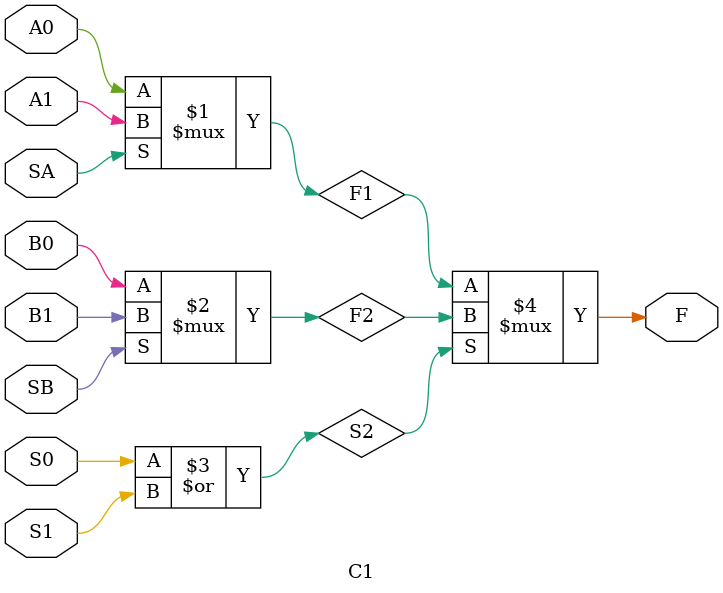
<source format=v>
`timescale 1ns/1ns
module C1(input A0, A1, SA, B0, B1, SB, S0, S1, output F);

wire F1, F2, F3, F4, S2;

assign #1  F1 = SA ? A1 : A0;

assign #1  F2 = SB ? B1 : B0;

assign #0.5 S2 = S0 | S1; 

assign #1  F = S2 ? F2 : F1; 

endmodule
</source>
